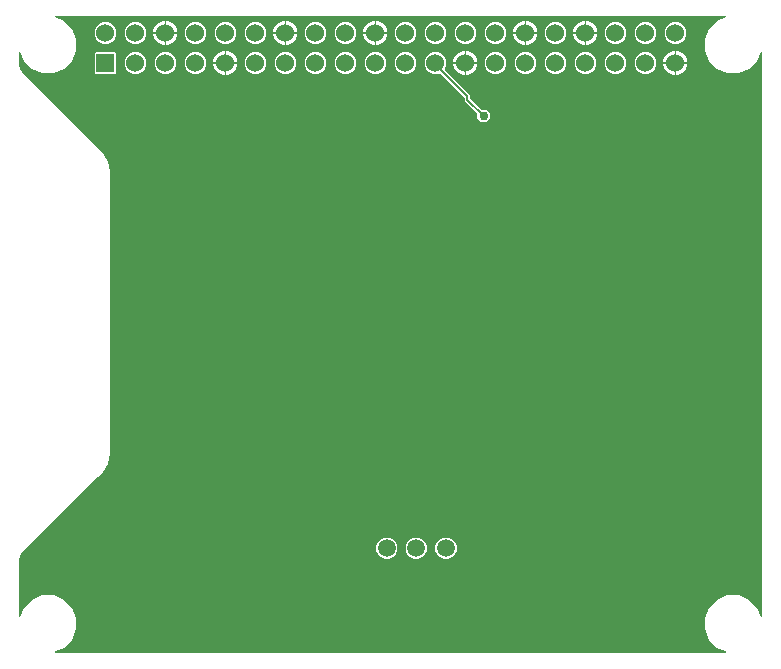
<source format=gbr>
G04 EAGLE Gerber RS-274X export*
G75*
%MOMM*%
%FSLAX34Y34*%
%LPD*%
%INBottom Copper*%
%IPPOS*%
%AMOC8*
5,1,8,0,0,1.08239X$1,22.5*%
G01*
G04 Define Apertures*
%ADD10R,1.530000X1.530000*%
%ADD11C,1.530000*%
%ADD12C,1.508000*%
%ADD13C,0.756400*%
%ADD14C,0.152900*%
G36*
X608956Y10220D02*
X608658Y10160D01*
X41342Y10160D01*
X41084Y10205D01*
X40825Y10362D01*
X40647Y10608D01*
X40580Y10904D01*
X40633Y11202D01*
X40799Y11457D01*
X41050Y11626D01*
X48544Y14730D01*
X55270Y21456D01*
X58910Y30244D01*
X58910Y39756D01*
X55270Y48544D01*
X48544Y55270D01*
X39756Y58910D01*
X30244Y58910D01*
X21456Y55270D01*
X14730Y48544D01*
X11626Y41050D01*
X11486Y40829D01*
X11241Y40650D01*
X10946Y40580D01*
X10647Y40631D01*
X10392Y40794D01*
X10220Y41044D01*
X10160Y41342D01*
X10160Y59921D01*
X10218Y60213D01*
X10541Y60993D01*
X10541Y88743D01*
X10556Y88892D01*
X11218Y92220D01*
X11331Y92495D01*
X13217Y95316D01*
X13311Y95432D01*
X14901Y97021D01*
X14901Y97021D01*
X77110Y159230D01*
X78700Y160820D01*
X81543Y163663D01*
X85564Y170627D01*
X87645Y178395D01*
X87645Y418575D01*
X85564Y426343D01*
X81543Y433307D01*
X78700Y436150D01*
X14614Y500237D01*
X13024Y501826D01*
X12929Y501942D01*
X11257Y504445D01*
X11143Y504720D01*
X10556Y507672D01*
X10541Y507821D01*
X10541Y509917D01*
X10218Y510697D01*
X10160Y510989D01*
X10160Y518658D01*
X10205Y518916D01*
X10362Y519175D01*
X10608Y519353D01*
X10904Y519420D01*
X11202Y519367D01*
X11457Y519202D01*
X11626Y518950D01*
X14730Y511456D01*
X21456Y504730D01*
X30244Y501090D01*
X39756Y501090D01*
X48544Y504730D01*
X55270Y511456D01*
X58910Y520244D01*
X58910Y529756D01*
X55270Y538544D01*
X48544Y545270D01*
X41050Y548374D01*
X40829Y548514D01*
X40650Y548759D01*
X40580Y549054D01*
X40631Y549353D01*
X40794Y549608D01*
X41044Y549780D01*
X41342Y549840D01*
X608658Y549840D01*
X608916Y549795D01*
X609175Y549638D01*
X609353Y549392D01*
X609420Y549096D01*
X609367Y548798D01*
X609202Y548544D01*
X608950Y548374D01*
X601456Y545270D01*
X594730Y538544D01*
X591090Y529756D01*
X591090Y520244D01*
X594730Y511456D01*
X601456Y504730D01*
X610244Y501090D01*
X619756Y501090D01*
X628544Y504730D01*
X635270Y511456D01*
X638374Y518950D01*
X638514Y519171D01*
X638759Y519350D01*
X639054Y519420D01*
X639353Y519369D01*
X639608Y519206D01*
X639780Y518956D01*
X639840Y518658D01*
X639840Y41342D01*
X639795Y41084D01*
X639638Y40825D01*
X639392Y40647D01*
X639096Y40580D01*
X638798Y40633D01*
X638544Y40799D01*
X638374Y41050D01*
X635270Y48544D01*
X628544Y55270D01*
X619756Y58910D01*
X610244Y58910D01*
X601456Y55270D01*
X594730Y48544D01*
X591090Y39756D01*
X591090Y30244D01*
X594730Y21456D01*
X601456Y14730D01*
X608950Y11626D01*
X609171Y11486D01*
X609350Y11241D01*
X609420Y10946D01*
X609369Y10647D01*
X609206Y10392D01*
X608956Y10220D01*
G37*
%LPC*%
G36*
X124310Y536069D02*
X133738Y536069D01*
X133738Y545497D01*
X132473Y545497D01*
X128728Y543946D01*
X125861Y541079D01*
X124310Y537334D01*
X124310Y536069D01*
G37*
G36*
X225910Y536069D02*
X235338Y536069D01*
X235338Y545497D01*
X234073Y545497D01*
X230328Y543946D01*
X227461Y541079D01*
X225910Y537334D01*
X225910Y536069D01*
G37*
G36*
X302110Y536069D02*
X311538Y536069D01*
X311538Y545497D01*
X310273Y545497D01*
X306528Y543946D01*
X303661Y541079D01*
X302110Y537334D01*
X302110Y536069D01*
G37*
G36*
X429110Y536069D02*
X438538Y536069D01*
X438538Y545497D01*
X437273Y545497D01*
X433528Y543946D01*
X430661Y541079D01*
X429110Y537334D01*
X429110Y536069D01*
G37*
G36*
X479910Y536069D02*
X489338Y536069D01*
X489338Y545497D01*
X488073Y545497D01*
X484328Y543946D01*
X481461Y541079D01*
X479910Y537334D01*
X479910Y536069D01*
G37*
G36*
X490862Y536069D02*
X500290Y536069D01*
X500290Y537334D01*
X498739Y541079D01*
X495872Y543946D01*
X492127Y545497D01*
X490862Y545497D01*
X490862Y536069D01*
G37*
G36*
X440062Y536069D02*
X449490Y536069D01*
X449490Y537334D01*
X447939Y541079D01*
X445072Y543946D01*
X441327Y545497D01*
X440062Y545497D01*
X440062Y536069D01*
G37*
G36*
X313062Y536069D02*
X322490Y536069D01*
X322490Y537334D01*
X320939Y541079D01*
X318072Y543946D01*
X314327Y545497D01*
X313062Y545497D01*
X313062Y536069D01*
G37*
G36*
X236862Y536069D02*
X246290Y536069D01*
X246290Y537334D01*
X244739Y541079D01*
X241872Y543946D01*
X238127Y545497D01*
X236862Y545497D01*
X236862Y536069D01*
G37*
G36*
X135262Y536069D02*
X144690Y536069D01*
X144690Y537334D01*
X143139Y541079D01*
X140272Y543946D01*
X136527Y545497D01*
X135262Y545497D01*
X135262Y536069D01*
G37*
G36*
X158074Y526127D02*
X161726Y526127D01*
X165100Y527525D01*
X167682Y530107D01*
X169080Y533481D01*
X169080Y537133D01*
X167682Y540507D01*
X165100Y543089D01*
X161726Y544487D01*
X158074Y544487D01*
X154700Y543089D01*
X152118Y540507D01*
X150720Y537133D01*
X150720Y533481D01*
X152118Y530107D01*
X154700Y527525D01*
X158074Y526127D01*
G37*
G36*
X107274Y526127D02*
X110926Y526127D01*
X114300Y527525D01*
X116882Y530107D01*
X118280Y533481D01*
X118280Y537133D01*
X116882Y540507D01*
X114300Y543089D01*
X110926Y544487D01*
X107274Y544487D01*
X103900Y543089D01*
X101318Y540507D01*
X99920Y537133D01*
X99920Y533481D01*
X101318Y530107D01*
X103900Y527525D01*
X107274Y526127D01*
G37*
G36*
X183474Y526127D02*
X187126Y526127D01*
X190500Y527525D01*
X193082Y530107D01*
X194480Y533481D01*
X194480Y537133D01*
X193082Y540507D01*
X190500Y543089D01*
X187126Y544487D01*
X183474Y544487D01*
X180100Y543089D01*
X177518Y540507D01*
X176120Y537133D01*
X176120Y533481D01*
X177518Y530107D01*
X180100Y527525D01*
X183474Y526127D01*
G37*
G36*
X208874Y526127D02*
X212526Y526127D01*
X215900Y527525D01*
X218482Y530107D01*
X219880Y533481D01*
X219880Y537133D01*
X218482Y540507D01*
X215900Y543089D01*
X212526Y544487D01*
X208874Y544487D01*
X205500Y543089D01*
X202918Y540507D01*
X201520Y537133D01*
X201520Y533481D01*
X202918Y530107D01*
X205500Y527525D01*
X208874Y526127D01*
G37*
G36*
X81874Y526127D02*
X85526Y526127D01*
X88900Y527525D01*
X91482Y530107D01*
X92880Y533481D01*
X92880Y537133D01*
X91482Y540507D01*
X88900Y543089D01*
X85526Y544487D01*
X81874Y544487D01*
X78500Y543089D01*
X75918Y540507D01*
X74520Y537133D01*
X74520Y533481D01*
X75918Y530107D01*
X78500Y527525D01*
X81874Y526127D01*
G37*
G36*
X564474Y526127D02*
X568126Y526127D01*
X571500Y527525D01*
X574082Y530107D01*
X575480Y533481D01*
X575480Y537133D01*
X574082Y540507D01*
X571500Y543089D01*
X568126Y544487D01*
X564474Y544487D01*
X561100Y543089D01*
X558518Y540507D01*
X557120Y537133D01*
X557120Y533481D01*
X558518Y530107D01*
X561100Y527525D01*
X564474Y526127D01*
G37*
G36*
X539074Y526127D02*
X542726Y526127D01*
X546100Y527525D01*
X548682Y530107D01*
X550080Y533481D01*
X550080Y537133D01*
X548682Y540507D01*
X546100Y543089D01*
X542726Y544487D01*
X539074Y544487D01*
X535700Y543089D01*
X533118Y540507D01*
X531720Y537133D01*
X531720Y533481D01*
X533118Y530107D01*
X535700Y527525D01*
X539074Y526127D01*
G37*
G36*
X513674Y526127D02*
X517326Y526127D01*
X520700Y527525D01*
X523282Y530107D01*
X524680Y533481D01*
X524680Y537133D01*
X523282Y540507D01*
X520700Y543089D01*
X517326Y544487D01*
X513674Y544487D01*
X510300Y543089D01*
X507718Y540507D01*
X506320Y537133D01*
X506320Y533481D01*
X507718Y530107D01*
X510300Y527525D01*
X513674Y526127D01*
G37*
G36*
X462874Y526127D02*
X466526Y526127D01*
X469900Y527525D01*
X472482Y530107D01*
X473880Y533481D01*
X473880Y537133D01*
X472482Y540507D01*
X469900Y543089D01*
X466526Y544487D01*
X462874Y544487D01*
X459500Y543089D01*
X456918Y540507D01*
X455520Y537133D01*
X455520Y533481D01*
X456918Y530107D01*
X459500Y527525D01*
X462874Y526127D01*
G37*
G36*
X412074Y526127D02*
X415726Y526127D01*
X419100Y527525D01*
X421682Y530107D01*
X423080Y533481D01*
X423080Y537133D01*
X421682Y540507D01*
X419100Y543089D01*
X415726Y544487D01*
X412074Y544487D01*
X408700Y543089D01*
X406118Y540507D01*
X404720Y537133D01*
X404720Y533481D01*
X406118Y530107D01*
X408700Y527525D01*
X412074Y526127D01*
G37*
G36*
X386674Y526127D02*
X390326Y526127D01*
X393700Y527525D01*
X396282Y530107D01*
X397680Y533481D01*
X397680Y537133D01*
X396282Y540507D01*
X393700Y543089D01*
X390326Y544487D01*
X386674Y544487D01*
X383300Y543089D01*
X380718Y540507D01*
X379320Y537133D01*
X379320Y533481D01*
X380718Y530107D01*
X383300Y527525D01*
X386674Y526127D01*
G37*
G36*
X361274Y526127D02*
X364926Y526127D01*
X368300Y527525D01*
X370882Y530107D01*
X372280Y533481D01*
X372280Y537133D01*
X370882Y540507D01*
X368300Y543089D01*
X364926Y544487D01*
X361274Y544487D01*
X357900Y543089D01*
X355318Y540507D01*
X353920Y537133D01*
X353920Y533481D01*
X355318Y530107D01*
X357900Y527525D01*
X361274Y526127D01*
G37*
G36*
X335874Y526127D02*
X339526Y526127D01*
X342900Y527525D01*
X345482Y530107D01*
X346880Y533481D01*
X346880Y537133D01*
X345482Y540507D01*
X342900Y543089D01*
X339526Y544487D01*
X335874Y544487D01*
X332500Y543089D01*
X329918Y540507D01*
X328520Y537133D01*
X328520Y533481D01*
X329918Y530107D01*
X332500Y527525D01*
X335874Y526127D01*
G37*
G36*
X285074Y526127D02*
X288726Y526127D01*
X292100Y527525D01*
X294682Y530107D01*
X296080Y533481D01*
X296080Y537133D01*
X294682Y540507D01*
X292100Y543089D01*
X288726Y544487D01*
X285074Y544487D01*
X281700Y543089D01*
X279118Y540507D01*
X277720Y537133D01*
X277720Y533481D01*
X279118Y530107D01*
X281700Y527525D01*
X285074Y526127D01*
G37*
G36*
X259674Y526127D02*
X263326Y526127D01*
X266700Y527525D01*
X269282Y530107D01*
X270680Y533481D01*
X270680Y537133D01*
X269282Y540507D01*
X266700Y543089D01*
X263326Y544487D01*
X259674Y544487D01*
X256300Y543089D01*
X253718Y540507D01*
X252320Y537133D01*
X252320Y533481D01*
X253718Y530107D01*
X256300Y527525D01*
X259674Y526127D01*
G37*
G36*
X313062Y525117D02*
X314327Y525117D01*
X318072Y526668D01*
X320939Y529535D01*
X322490Y533280D01*
X322490Y534545D01*
X313062Y534545D01*
X313062Y525117D01*
G37*
G36*
X236862Y525117D02*
X238127Y525117D01*
X241872Y526668D01*
X244739Y529535D01*
X246290Y533280D01*
X246290Y534545D01*
X236862Y534545D01*
X236862Y525117D01*
G37*
G36*
X490862Y525117D02*
X492127Y525117D01*
X495872Y526668D01*
X498739Y529535D01*
X500290Y533280D01*
X500290Y534545D01*
X490862Y534545D01*
X490862Y525117D01*
G37*
G36*
X488073Y525117D02*
X489338Y525117D01*
X489338Y534545D01*
X479910Y534545D01*
X479910Y533280D01*
X481461Y529535D01*
X484328Y526668D01*
X488073Y525117D01*
G37*
G36*
X440062Y525117D02*
X441327Y525117D01*
X445072Y526668D01*
X447939Y529535D01*
X449490Y533280D01*
X449490Y534545D01*
X440062Y534545D01*
X440062Y525117D01*
G37*
G36*
X437273Y525117D02*
X438538Y525117D01*
X438538Y534545D01*
X429110Y534545D01*
X429110Y533280D01*
X430661Y529535D01*
X433528Y526668D01*
X437273Y525117D01*
G37*
G36*
X310273Y525117D02*
X311538Y525117D01*
X311538Y534545D01*
X302110Y534545D01*
X302110Y533280D01*
X303661Y529535D01*
X306528Y526668D01*
X310273Y525117D01*
G37*
G36*
X234073Y525117D02*
X235338Y525117D01*
X235338Y534545D01*
X225910Y534545D01*
X225910Y533280D01*
X227461Y529535D01*
X230328Y526668D01*
X234073Y525117D01*
G37*
G36*
X135262Y525117D02*
X136527Y525117D01*
X140272Y526668D01*
X143139Y529535D01*
X144690Y533280D01*
X144690Y534545D01*
X135262Y534545D01*
X135262Y525117D01*
G37*
G36*
X132473Y525117D02*
X133738Y525117D01*
X133738Y534545D01*
X124310Y534545D01*
X124310Y533280D01*
X125861Y529535D01*
X128728Y526668D01*
X132473Y525117D01*
G37*
G36*
X186062Y510669D02*
X195490Y510669D01*
X195490Y511934D01*
X193939Y515679D01*
X191072Y518546D01*
X187327Y520097D01*
X186062Y520097D01*
X186062Y510669D01*
G37*
G36*
X389262Y510669D02*
X398690Y510669D01*
X398690Y511934D01*
X397139Y515679D01*
X394272Y518546D01*
X390527Y520097D01*
X389262Y520097D01*
X389262Y510669D01*
G37*
G36*
X175110Y510669D02*
X184538Y510669D01*
X184538Y520097D01*
X183273Y520097D01*
X179528Y518546D01*
X176661Y515679D01*
X175110Y511934D01*
X175110Y510669D01*
G37*
G36*
X378310Y510669D02*
X387738Y510669D01*
X387738Y520097D01*
X386473Y520097D01*
X382728Y518546D01*
X379861Y515679D01*
X378310Y511934D01*
X378310Y510669D01*
G37*
G36*
X556110Y510669D02*
X565538Y510669D01*
X565538Y520097D01*
X564273Y520097D01*
X560528Y518546D01*
X557661Y515679D01*
X556110Y511934D01*
X556110Y510669D01*
G37*
G36*
X567062Y510669D02*
X576490Y510669D01*
X576490Y511934D01*
X574939Y515679D01*
X572072Y518546D01*
X568327Y520097D01*
X567062Y520097D01*
X567062Y510669D01*
G37*
G36*
X335874Y500727D02*
X339526Y500727D01*
X342900Y502125D01*
X345482Y504707D01*
X346880Y508081D01*
X346880Y511733D01*
X345482Y515107D01*
X342900Y517689D01*
X339526Y519087D01*
X335874Y519087D01*
X332500Y517689D01*
X329918Y515107D01*
X328520Y511733D01*
X328520Y508081D01*
X329918Y504707D01*
X332500Y502125D01*
X335874Y500727D01*
G37*
G36*
X539074Y500727D02*
X542726Y500727D01*
X546100Y502125D01*
X548682Y504707D01*
X550080Y508081D01*
X550080Y511733D01*
X548682Y515107D01*
X546100Y517689D01*
X542726Y519087D01*
X539074Y519087D01*
X535700Y517689D01*
X533118Y515107D01*
X531720Y511733D01*
X531720Y508081D01*
X533118Y504707D01*
X535700Y502125D01*
X539074Y500727D01*
G37*
G36*
X401590Y459662D02*
X405986Y459662D01*
X409094Y462770D01*
X409094Y467166D01*
X405986Y470274D01*
X402043Y470274D01*
X401757Y470330D01*
X401504Y470497D01*
X392540Y479461D01*
X392377Y479702D01*
X392317Y480000D01*
X392317Y480632D01*
X392357Y480875D01*
X392374Y480905D01*
X392318Y481838D01*
X392317Y481884D01*
X392317Y482812D01*
X392313Y482828D01*
X391613Y483449D01*
X391580Y483480D01*
X390924Y484136D01*
X390677Y484279D01*
X390647Y484306D01*
X390614Y484337D01*
X371055Y503895D01*
X370895Y504132D01*
X370832Y504428D01*
X370890Y504726D01*
X372280Y508081D01*
X372280Y511733D01*
X370882Y515107D01*
X368300Y517689D01*
X364926Y519087D01*
X361274Y519087D01*
X357900Y517689D01*
X355318Y515107D01*
X353920Y511733D01*
X353920Y508081D01*
X355318Y504707D01*
X357900Y502125D01*
X361274Y500727D01*
X364926Y500727D01*
X366441Y501355D01*
X366721Y501413D01*
X367019Y501357D01*
X367272Y501189D01*
X386527Y481934D01*
X386530Y481930D01*
X386602Y481858D01*
X386746Y481658D01*
X386755Y481624D01*
X387454Y481004D01*
X387487Y480972D01*
X387505Y480955D01*
X387668Y480713D01*
X387728Y480416D01*
X387728Y477783D01*
X398259Y467252D01*
X398422Y467011D01*
X398482Y466713D01*
X398482Y462770D01*
X401590Y459662D01*
G37*
G36*
X310474Y500727D02*
X314126Y500727D01*
X317500Y502125D01*
X320082Y504707D01*
X321480Y508081D01*
X321480Y511733D01*
X320082Y515107D01*
X317500Y517689D01*
X314126Y519087D01*
X310474Y519087D01*
X307100Y517689D01*
X304518Y515107D01*
X303120Y511733D01*
X303120Y508081D01*
X304518Y504707D01*
X307100Y502125D01*
X310474Y500727D01*
G37*
G36*
X285074Y500727D02*
X288726Y500727D01*
X292100Y502125D01*
X294682Y504707D01*
X296080Y508081D01*
X296080Y511733D01*
X294682Y515107D01*
X292100Y517689D01*
X288726Y519087D01*
X285074Y519087D01*
X281700Y517689D01*
X279118Y515107D01*
X277720Y511733D01*
X277720Y508081D01*
X279118Y504707D01*
X281700Y502125D01*
X285074Y500727D01*
G37*
G36*
X259674Y500727D02*
X263326Y500727D01*
X266700Y502125D01*
X269282Y504707D01*
X270680Y508081D01*
X270680Y511733D01*
X269282Y515107D01*
X266700Y517689D01*
X263326Y519087D01*
X259674Y519087D01*
X256300Y517689D01*
X253718Y515107D01*
X252320Y511733D01*
X252320Y508081D01*
X253718Y504707D01*
X256300Y502125D01*
X259674Y500727D01*
G37*
G36*
X234274Y500727D02*
X237926Y500727D01*
X241300Y502125D01*
X243882Y504707D01*
X245280Y508081D01*
X245280Y511733D01*
X243882Y515107D01*
X241300Y517689D01*
X237926Y519087D01*
X234274Y519087D01*
X230900Y517689D01*
X228318Y515107D01*
X226920Y511733D01*
X226920Y508081D01*
X228318Y504707D01*
X230900Y502125D01*
X234274Y500727D01*
G37*
G36*
X208874Y500727D02*
X212526Y500727D01*
X215900Y502125D01*
X218482Y504707D01*
X219880Y508081D01*
X219880Y511733D01*
X218482Y515107D01*
X215900Y517689D01*
X212526Y519087D01*
X208874Y519087D01*
X205500Y517689D01*
X202918Y515107D01*
X201520Y511733D01*
X201520Y508081D01*
X202918Y504707D01*
X205500Y502125D01*
X208874Y500727D01*
G37*
G36*
X158074Y500727D02*
X161726Y500727D01*
X165100Y502125D01*
X167682Y504707D01*
X169080Y508081D01*
X169080Y511733D01*
X167682Y515107D01*
X165100Y517689D01*
X161726Y519087D01*
X158074Y519087D01*
X154700Y517689D01*
X152118Y515107D01*
X150720Y511733D01*
X150720Y508081D01*
X152118Y504707D01*
X154700Y502125D01*
X158074Y500727D01*
G37*
G36*
X132674Y500727D02*
X136326Y500727D01*
X139700Y502125D01*
X142282Y504707D01*
X143680Y508081D01*
X143680Y511733D01*
X142282Y515107D01*
X139700Y517689D01*
X136326Y519087D01*
X132674Y519087D01*
X129300Y517689D01*
X126718Y515107D01*
X125320Y511733D01*
X125320Y508081D01*
X126718Y504707D01*
X129300Y502125D01*
X132674Y500727D01*
G37*
G36*
X107274Y500727D02*
X110926Y500727D01*
X114300Y502125D01*
X116882Y504707D01*
X118280Y508081D01*
X118280Y511733D01*
X116882Y515107D01*
X114300Y517689D01*
X110926Y519087D01*
X107274Y519087D01*
X103900Y517689D01*
X101318Y515107D01*
X99920Y511733D01*
X99920Y508081D01*
X101318Y504707D01*
X103900Y502125D01*
X107274Y500727D01*
G37*
G36*
X75416Y500727D02*
X91984Y500727D01*
X92880Y501623D01*
X92880Y518191D01*
X91984Y519087D01*
X75416Y519087D01*
X74520Y518191D01*
X74520Y501623D01*
X75416Y500727D01*
G37*
G36*
X412074Y500727D02*
X415726Y500727D01*
X419100Y502125D01*
X421682Y504707D01*
X423080Y508081D01*
X423080Y511733D01*
X421682Y515107D01*
X419100Y517689D01*
X415726Y519087D01*
X412074Y519087D01*
X408700Y517689D01*
X406118Y515107D01*
X404720Y511733D01*
X404720Y508081D01*
X406118Y504707D01*
X408700Y502125D01*
X412074Y500727D01*
G37*
G36*
X437474Y500727D02*
X441126Y500727D01*
X444500Y502125D01*
X447082Y504707D01*
X448480Y508081D01*
X448480Y511733D01*
X447082Y515107D01*
X444500Y517689D01*
X441126Y519087D01*
X437474Y519087D01*
X434100Y517689D01*
X431518Y515107D01*
X430120Y511733D01*
X430120Y508081D01*
X431518Y504707D01*
X434100Y502125D01*
X437474Y500727D01*
G37*
G36*
X462874Y500727D02*
X466526Y500727D01*
X469900Y502125D01*
X472482Y504707D01*
X473880Y508081D01*
X473880Y511733D01*
X472482Y515107D01*
X469900Y517689D01*
X466526Y519087D01*
X462874Y519087D01*
X459500Y517689D01*
X456918Y515107D01*
X455520Y511733D01*
X455520Y508081D01*
X456918Y504707D01*
X459500Y502125D01*
X462874Y500727D01*
G37*
G36*
X488274Y500727D02*
X491926Y500727D01*
X495300Y502125D01*
X497882Y504707D01*
X499280Y508081D01*
X499280Y511733D01*
X497882Y515107D01*
X495300Y517689D01*
X491926Y519087D01*
X488274Y519087D01*
X484900Y517689D01*
X482318Y515107D01*
X480920Y511733D01*
X480920Y508081D01*
X482318Y504707D01*
X484900Y502125D01*
X488274Y500727D01*
G37*
G36*
X513674Y500727D02*
X517326Y500727D01*
X520700Y502125D01*
X523282Y504707D01*
X524680Y508081D01*
X524680Y511733D01*
X523282Y515107D01*
X520700Y517689D01*
X517326Y519087D01*
X513674Y519087D01*
X510300Y517689D01*
X507718Y515107D01*
X506320Y511733D01*
X506320Y508081D01*
X507718Y504707D01*
X510300Y502125D01*
X513674Y500727D01*
G37*
G36*
X567062Y499717D02*
X568327Y499717D01*
X572072Y501268D01*
X574939Y504135D01*
X576490Y507880D01*
X576490Y509145D01*
X567062Y509145D01*
X567062Y499717D01*
G37*
G36*
X564273Y499717D02*
X565538Y499717D01*
X565538Y509145D01*
X556110Y509145D01*
X556110Y507880D01*
X557661Y504135D01*
X560528Y501268D01*
X564273Y499717D01*
G37*
G36*
X389262Y499717D02*
X390527Y499717D01*
X394272Y501268D01*
X397139Y504135D01*
X398690Y507880D01*
X398690Y509145D01*
X389262Y509145D01*
X389262Y499717D01*
G37*
G36*
X386473Y499717D02*
X387738Y499717D01*
X387738Y509145D01*
X378310Y509145D01*
X378310Y507880D01*
X379861Y504135D01*
X382728Y501268D01*
X386473Y499717D01*
G37*
G36*
X186062Y499717D02*
X187327Y499717D01*
X191072Y501268D01*
X193939Y504135D01*
X195490Y507880D01*
X195490Y509145D01*
X186062Y509145D01*
X186062Y499717D01*
G37*
G36*
X183273Y499717D02*
X184538Y499717D01*
X184538Y509145D01*
X175110Y509145D01*
X175110Y507880D01*
X176661Y504135D01*
X179528Y501268D01*
X183273Y499717D01*
G37*
G36*
X370054Y89696D02*
X373662Y89696D01*
X376996Y91077D01*
X379547Y93628D01*
X380928Y96962D01*
X380928Y100570D01*
X379547Y103904D01*
X376996Y106455D01*
X373662Y107836D01*
X370054Y107836D01*
X366720Y106455D01*
X364169Y103904D01*
X362788Y100570D01*
X362788Y96962D01*
X364169Y93628D01*
X366720Y91077D01*
X370054Y89696D01*
G37*
G36*
X345054Y89696D02*
X348662Y89696D01*
X351996Y91077D01*
X354547Y93628D01*
X355928Y96962D01*
X355928Y100570D01*
X354547Y103904D01*
X351996Y106455D01*
X348662Y107836D01*
X345054Y107836D01*
X341720Y106455D01*
X339169Y103904D01*
X337788Y100570D01*
X337788Y96962D01*
X339169Y93628D01*
X341720Y91077D01*
X345054Y89696D01*
G37*
G36*
X320054Y89696D02*
X323662Y89696D01*
X326996Y91077D01*
X329547Y93628D01*
X330928Y96962D01*
X330928Y100570D01*
X329547Y103904D01*
X326996Y106455D01*
X323662Y107836D01*
X320054Y107836D01*
X316720Y106455D01*
X314169Y103904D01*
X312788Y100570D01*
X312788Y96962D01*
X314169Y93628D01*
X316720Y91077D01*
X320054Y89696D01*
G37*
%LPD*%
D10*
X83700Y509907D03*
D11*
X83700Y535307D03*
X109100Y509907D03*
X109100Y535307D03*
X134500Y509907D03*
X134500Y535307D03*
X159900Y509907D03*
X159900Y535307D03*
X185300Y509907D03*
X185300Y535307D03*
X210700Y509907D03*
X210700Y535307D03*
X236100Y509907D03*
X236100Y535307D03*
X261500Y509907D03*
X261500Y535307D03*
X286900Y509907D03*
X286900Y535307D03*
X312300Y509907D03*
X312300Y535307D03*
X337700Y509907D03*
X337700Y535307D03*
X363100Y509907D03*
X363100Y535307D03*
X388500Y509907D03*
X388500Y535307D03*
X413900Y509907D03*
X413900Y535307D03*
X439300Y509907D03*
X439300Y535307D03*
X464700Y509907D03*
X464700Y535307D03*
X490100Y509907D03*
X490100Y535307D03*
X515500Y509907D03*
X515500Y535307D03*
X540900Y509907D03*
X540900Y535307D03*
X566300Y509907D03*
X566300Y535307D03*
D12*
X321858Y98766D03*
X346858Y98766D03*
X371858Y98766D03*
D13*
X306200Y285204D03*
X360360Y216305D03*
D14*
X389045Y482660D02*
X389045Y482661D01*
X362436Y509270D01*
X363100Y509907D01*
X390023Y478734D02*
X403788Y464968D01*
X390023Y478734D02*
X390023Y481793D01*
X389045Y482660D01*
D13*
X403788Y464968D03*
M02*

</source>
